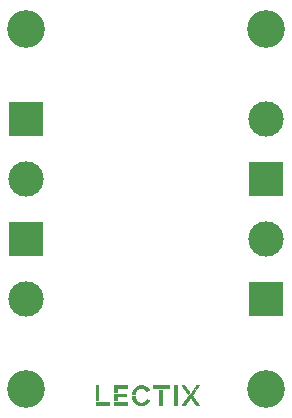
<source format=gts>
G04 #@! TF.GenerationSoftware,KiCad,Pcbnew,6.0.9-8da3e8f707~116~ubuntu20.04.1*
G04 #@! TF.CreationDate,2023-04-19T17:51:41+00:00*
G04 #@! TF.ProjectId,LEC030301,4c454330-3330-4333-9031-2e6b69636164,rev?*
G04 #@! TF.SameCoordinates,Original*
G04 #@! TF.FileFunction,Soldermask,Top*
G04 #@! TF.FilePolarity,Negative*
%FSLAX46Y46*%
G04 Gerber Fmt 4.6, Leading zero omitted, Abs format (unit mm)*
G04 Created by KiCad (PCBNEW 6.0.9-8da3e8f707~116~ubuntu20.04.1) date 2023-04-19 17:51:41*
%MOMM*%
%LPD*%
G01*
G04 APERTURE LIST*
%ADD10C,0.010000*%
%ADD11C,3.200000*%
%ADD12R,3.000000X3.000000*%
%ADD13C,3.000000*%
G04 APERTURE END LIST*
G04 #@! TO.C,LOGO1*
G36*
X191472820Y-82633440D02*
G01*
X190380620Y-82633440D01*
X190380620Y-82409920D01*
X191472820Y-82409920D01*
X191472820Y-82633440D01*
G37*
D10*
X191472820Y-82633440D02*
X190380620Y-82633440D01*
X190380620Y-82409920D01*
X191472820Y-82409920D01*
X191472820Y-82633440D01*
G36*
X192098402Y-81915255D02*
G01*
X192103120Y-81964642D01*
X192112714Y-82013391D01*
X192126988Y-82061126D01*
X192145743Y-82107472D01*
X192168784Y-82152055D01*
X192195913Y-82194500D01*
X192226933Y-82234432D01*
X192261648Y-82271476D01*
X192299860Y-82305258D01*
X192305940Y-82310066D01*
X192346038Y-82338193D01*
X192389345Y-82362754D01*
X192435214Y-82383491D01*
X192482999Y-82400147D01*
X192532054Y-82412466D01*
X192581733Y-82420191D01*
X192583061Y-82420331D01*
X192604417Y-82421812D01*
X192629012Y-82422277D01*
X192655170Y-82421784D01*
X192681216Y-82420393D01*
X192705475Y-82418161D01*
X192725040Y-82415369D01*
X192775420Y-82403968D01*
X192824171Y-82388011D01*
X192870973Y-82367722D01*
X192915506Y-82343326D01*
X192957447Y-82315050D01*
X192996477Y-82283119D01*
X193032275Y-82247757D01*
X193064521Y-82209189D01*
X193092893Y-82167642D01*
X193103459Y-82149570D01*
X193107764Y-82141866D01*
X193110977Y-82136162D01*
X193112419Y-82133660D01*
X193112428Y-82133648D01*
X193114718Y-82134589D01*
X193120966Y-82137586D01*
X193130622Y-82142356D01*
X193143134Y-82148617D01*
X193157950Y-82156087D01*
X193174518Y-82164484D01*
X193192288Y-82173526D01*
X193210709Y-82182930D01*
X193229227Y-82192414D01*
X193247292Y-82201697D01*
X193264353Y-82210496D01*
X193279857Y-82218530D01*
X193293254Y-82225515D01*
X193303992Y-82231170D01*
X193311519Y-82235212D01*
X193315284Y-82237360D01*
X193315579Y-82237574D01*
X193316342Y-82239476D01*
X193315650Y-82242864D01*
X193313236Y-82248246D01*
X193308829Y-82256130D01*
X193302161Y-82267022D01*
X193292963Y-82281432D01*
X193289532Y-82286730D01*
X193253745Y-82337247D01*
X193214233Y-82384456D01*
X193171253Y-82428181D01*
X193125061Y-82468245D01*
X193075915Y-82504473D01*
X193024071Y-82536690D01*
X192969786Y-82564719D01*
X192913317Y-82588386D01*
X192854922Y-82607513D01*
X192801386Y-82620608D01*
X192780451Y-82624715D01*
X192761307Y-82627937D01*
X192742786Y-82630387D01*
X192723721Y-82632177D01*
X192702944Y-82633419D01*
X192679286Y-82634226D01*
X192655190Y-82634665D01*
X192636965Y-82634860D01*
X192620071Y-82634960D01*
X192605281Y-82634966D01*
X192593367Y-82634880D01*
X192585103Y-82634704D01*
X192581530Y-82634485D01*
X192575642Y-82633741D01*
X192566310Y-82632630D01*
X192555138Y-82631341D01*
X192549780Y-82630735D01*
X192494003Y-82622047D01*
X192438007Y-82608574D01*
X192382401Y-82590545D01*
X192327794Y-82568188D01*
X192274797Y-82541731D01*
X192224019Y-82511401D01*
X192215770Y-82505955D01*
X192185798Y-82485098D01*
X192159044Y-82464653D01*
X192133942Y-82443317D01*
X192108927Y-82419790D01*
X192093718Y-82404501D01*
X192051520Y-82357656D01*
X192013616Y-82308179D01*
X191980086Y-82256236D01*
X191951014Y-82201994D01*
X191926482Y-82145618D01*
X191906574Y-82087274D01*
X191891371Y-82027129D01*
X191883187Y-81981477D01*
X191881980Y-81972261D01*
X191880577Y-81959810D01*
X191879087Y-81945307D01*
X191877618Y-81929937D01*
X191876281Y-81914885D01*
X191875185Y-81901334D01*
X191874438Y-81890470D01*
X191874150Y-81883505D01*
X191876602Y-81883107D01*
X191883621Y-81882738D01*
X191894692Y-81882405D01*
X191909304Y-81882119D01*
X191926941Y-81881886D01*
X191947091Y-81881717D01*
X191969241Y-81881620D01*
X191985519Y-81881600D01*
X192096899Y-81881600D01*
X192098402Y-81915255D01*
G37*
X192098402Y-81915255D02*
X192103120Y-81964642D01*
X192112714Y-82013391D01*
X192126988Y-82061126D01*
X192145743Y-82107472D01*
X192168784Y-82152055D01*
X192195913Y-82194500D01*
X192226933Y-82234432D01*
X192261648Y-82271476D01*
X192299860Y-82305258D01*
X192305940Y-82310066D01*
X192346038Y-82338193D01*
X192389345Y-82362754D01*
X192435214Y-82383491D01*
X192482999Y-82400147D01*
X192532054Y-82412466D01*
X192581733Y-82420191D01*
X192583061Y-82420331D01*
X192604417Y-82421812D01*
X192629012Y-82422277D01*
X192655170Y-82421784D01*
X192681216Y-82420393D01*
X192705475Y-82418161D01*
X192725040Y-82415369D01*
X192775420Y-82403968D01*
X192824171Y-82388011D01*
X192870973Y-82367722D01*
X192915506Y-82343326D01*
X192957447Y-82315050D01*
X192996477Y-82283119D01*
X193032275Y-82247757D01*
X193064521Y-82209189D01*
X193092893Y-82167642D01*
X193103459Y-82149570D01*
X193107764Y-82141866D01*
X193110977Y-82136162D01*
X193112419Y-82133660D01*
X193112428Y-82133648D01*
X193114718Y-82134589D01*
X193120966Y-82137586D01*
X193130622Y-82142356D01*
X193143134Y-82148617D01*
X193157950Y-82156087D01*
X193174518Y-82164484D01*
X193192288Y-82173526D01*
X193210709Y-82182930D01*
X193229227Y-82192414D01*
X193247292Y-82201697D01*
X193264353Y-82210496D01*
X193279857Y-82218530D01*
X193293254Y-82225515D01*
X193303992Y-82231170D01*
X193311519Y-82235212D01*
X193315284Y-82237360D01*
X193315579Y-82237574D01*
X193316342Y-82239476D01*
X193315650Y-82242864D01*
X193313236Y-82248246D01*
X193308829Y-82256130D01*
X193302161Y-82267022D01*
X193292963Y-82281432D01*
X193289532Y-82286730D01*
X193253745Y-82337247D01*
X193214233Y-82384456D01*
X193171253Y-82428181D01*
X193125061Y-82468245D01*
X193075915Y-82504473D01*
X193024071Y-82536690D01*
X192969786Y-82564719D01*
X192913317Y-82588386D01*
X192854922Y-82607513D01*
X192801386Y-82620608D01*
X192780451Y-82624715D01*
X192761307Y-82627937D01*
X192742786Y-82630387D01*
X192723721Y-82632177D01*
X192702944Y-82633419D01*
X192679286Y-82634226D01*
X192655190Y-82634665D01*
X192636965Y-82634860D01*
X192620071Y-82634960D01*
X192605281Y-82634966D01*
X192593367Y-82634880D01*
X192585103Y-82634704D01*
X192581530Y-82634485D01*
X192575642Y-82633741D01*
X192566310Y-82632630D01*
X192555138Y-82631341D01*
X192549780Y-82630735D01*
X192494003Y-82622047D01*
X192438007Y-82608574D01*
X192382401Y-82590545D01*
X192327794Y-82568188D01*
X192274797Y-82541731D01*
X192224019Y-82511401D01*
X192215770Y-82505955D01*
X192185798Y-82485098D01*
X192159044Y-82464653D01*
X192133942Y-82443317D01*
X192108927Y-82419790D01*
X192093718Y-82404501D01*
X192051520Y-82357656D01*
X192013616Y-82308179D01*
X191980086Y-82256236D01*
X191951014Y-82201994D01*
X191926482Y-82145618D01*
X191906574Y-82087274D01*
X191891371Y-82027129D01*
X191883187Y-81981477D01*
X191881980Y-81972261D01*
X191880577Y-81959810D01*
X191879087Y-81945307D01*
X191877618Y-81929937D01*
X191876281Y-81914885D01*
X191875185Y-81901334D01*
X191874438Y-81890470D01*
X191874150Y-81883505D01*
X191876602Y-81883107D01*
X191883621Y-81882738D01*
X191894692Y-81882405D01*
X191909304Y-81882119D01*
X191926941Y-81881886D01*
X191947091Y-81881717D01*
X191969241Y-81881620D01*
X191985519Y-81881600D01*
X192096899Y-81881600D01*
X192098402Y-81915255D01*
G36*
X191472820Y-81167860D02*
G01*
X190599060Y-81167860D01*
X190599060Y-81480280D01*
X190375540Y-81480280D01*
X190375540Y-80946880D01*
X191472820Y-80946880D01*
X191472820Y-81167860D01*
G37*
X191472820Y-81167860D02*
X190599060Y-81167860D01*
X190599060Y-81480280D01*
X190375540Y-81480280D01*
X190375540Y-80946880D01*
X191472820Y-80946880D01*
X191472820Y-81167860D01*
G36*
X195658740Y-82625820D02*
G01*
X195437760Y-82625820D01*
X195437760Y-80954500D01*
X195658740Y-80954500D01*
X195658740Y-82625820D01*
G37*
X195658740Y-82625820D02*
X195437760Y-82625820D01*
X195437760Y-80954500D01*
X195658740Y-80954500D01*
X195658740Y-82625820D01*
G36*
X196300968Y-80954500D02*
G01*
X196506269Y-81237044D01*
X196530799Y-81270835D01*
X196554493Y-81303537D01*
X196577180Y-81334909D01*
X196598689Y-81364714D01*
X196618848Y-81392711D01*
X196637487Y-81418663D01*
X196654435Y-81442329D01*
X196669520Y-81463470D01*
X196682571Y-81481848D01*
X196693418Y-81497223D01*
X196701889Y-81509356D01*
X196707814Y-81518009D01*
X196711021Y-81522942D01*
X196711570Y-81524021D01*
X196710129Y-81527001D01*
X196706077Y-81533439D01*
X196699817Y-81542779D01*
X196691755Y-81554461D01*
X196682293Y-81567928D01*
X196671838Y-81582622D01*
X196660793Y-81597984D01*
X196649562Y-81613457D01*
X196638551Y-81628483D01*
X196628162Y-81642504D01*
X196618801Y-81654962D01*
X196610872Y-81665298D01*
X196604779Y-81672955D01*
X196600927Y-81677375D01*
X196599810Y-81678247D01*
X196598071Y-81676223D01*
X196593504Y-81670295D01*
X196586264Y-81660671D01*
X196576502Y-81647561D01*
X196564373Y-81631174D01*
X196550029Y-81611719D01*
X196533625Y-81589405D01*
X196515313Y-81564442D01*
X196495247Y-81537037D01*
X196473579Y-81507402D01*
X196450465Y-81475743D01*
X196426056Y-81442272D01*
X196400506Y-81407196D01*
X196373968Y-81370724D01*
X196346596Y-81333067D01*
X196338190Y-81321493D01*
X196310558Y-81283445D01*
X196283707Y-81246468D01*
X196257789Y-81210772D01*
X196232960Y-81176572D01*
X196209374Y-81144081D01*
X196187186Y-81113511D01*
X196166549Y-81085075D01*
X196147618Y-81058985D01*
X196130548Y-81035456D01*
X196115493Y-81014699D01*
X196102608Y-80996927D01*
X196092047Y-80982354D01*
X196083964Y-80971192D01*
X196078514Y-80963654D01*
X196075851Y-80959952D01*
X196075625Y-80959630D01*
X196074877Y-80958417D01*
X196074715Y-80957412D01*
X196075563Y-80956595D01*
X196077844Y-80955947D01*
X196081981Y-80955449D01*
X196088399Y-80955081D01*
X196097522Y-80954823D01*
X196109772Y-80954655D01*
X196125573Y-80954559D01*
X196145349Y-80954514D01*
X196169525Y-80954500D01*
X196186554Y-80954499D01*
X196300968Y-80954500D01*
G37*
X196300968Y-80954500D02*
X196506269Y-81237044D01*
X196530799Y-81270835D01*
X196554493Y-81303537D01*
X196577180Y-81334909D01*
X196598689Y-81364714D01*
X196618848Y-81392711D01*
X196637487Y-81418663D01*
X196654435Y-81442329D01*
X196669520Y-81463470D01*
X196682571Y-81481848D01*
X196693418Y-81497223D01*
X196701889Y-81509356D01*
X196707814Y-81518009D01*
X196711021Y-81522942D01*
X196711570Y-81524021D01*
X196710129Y-81527001D01*
X196706077Y-81533439D01*
X196699817Y-81542779D01*
X196691755Y-81554461D01*
X196682293Y-81567928D01*
X196671838Y-81582622D01*
X196660793Y-81597984D01*
X196649562Y-81613457D01*
X196638551Y-81628483D01*
X196628162Y-81642504D01*
X196618801Y-81654962D01*
X196610872Y-81665298D01*
X196604779Y-81672955D01*
X196600927Y-81677375D01*
X196599810Y-81678247D01*
X196598071Y-81676223D01*
X196593504Y-81670295D01*
X196586264Y-81660671D01*
X196576502Y-81647561D01*
X196564373Y-81631174D01*
X196550029Y-81611719D01*
X196533625Y-81589405D01*
X196515313Y-81564442D01*
X196495247Y-81537037D01*
X196473579Y-81507402D01*
X196450465Y-81475743D01*
X196426056Y-81442272D01*
X196400506Y-81407196D01*
X196373968Y-81370724D01*
X196346596Y-81333067D01*
X196338190Y-81321493D01*
X196310558Y-81283445D01*
X196283707Y-81246468D01*
X196257789Y-81210772D01*
X196232960Y-81176572D01*
X196209374Y-81144081D01*
X196187186Y-81113511D01*
X196166549Y-81085075D01*
X196147618Y-81058985D01*
X196130548Y-81035456D01*
X196115493Y-81014699D01*
X196102608Y-80996927D01*
X196092047Y-80982354D01*
X196083964Y-80971192D01*
X196078514Y-80963654D01*
X196075851Y-80959952D01*
X196075625Y-80959630D01*
X196074877Y-80958417D01*
X196074715Y-80957412D01*
X196075563Y-80956595D01*
X196077844Y-80955947D01*
X196081981Y-80955449D01*
X196088399Y-80955081D01*
X196097522Y-80954823D01*
X196109772Y-80954655D01*
X196125573Y-80954559D01*
X196145349Y-80954514D01*
X196169525Y-80954500D01*
X196186554Y-80954499D01*
X196300968Y-80954500D01*
G36*
X194411600Y-82625820D02*
G01*
X194190620Y-82625820D01*
X194190620Y-81343120D01*
X194411600Y-81343120D01*
X194411600Y-82625820D01*
G37*
X194411600Y-82625820D02*
X194190620Y-82625820D01*
X194190620Y-81343120D01*
X194411600Y-81343120D01*
X194411600Y-82625820D01*
G36*
X189001400Y-82232120D02*
G01*
X188780420Y-82232120D01*
X188780420Y-80957040D01*
X189001400Y-80957040D01*
X189001400Y-82232120D01*
G37*
X189001400Y-82232120D02*
X188780420Y-82232120D01*
X188780420Y-80957040D01*
X189001400Y-80957040D01*
X189001400Y-82232120D01*
G36*
X197416304Y-80960092D02*
G01*
X197434850Y-80960188D01*
X197548296Y-80960850D01*
X197242148Y-81379183D01*
X197212064Y-81420298D01*
X197182787Y-81460325D01*
X197154458Y-81499069D01*
X197127217Y-81536338D01*
X197101206Y-81571940D01*
X197076566Y-81605680D01*
X197053436Y-81637366D01*
X197031957Y-81666806D01*
X197012271Y-81693806D01*
X196994518Y-81718172D01*
X196978839Y-81739713D01*
X196965374Y-81758236D01*
X196954265Y-81773546D01*
X196945651Y-81785452D01*
X196939674Y-81793760D01*
X196936474Y-81798277D01*
X196935946Y-81799087D01*
X196937407Y-81801269D01*
X196941707Y-81807370D01*
X196948703Y-81817192D01*
X196958256Y-81830541D01*
X196970224Y-81847220D01*
X196984465Y-81867032D01*
X197000838Y-81889783D01*
X197019202Y-81915275D01*
X197039416Y-81943314D01*
X197061337Y-81973701D01*
X197084825Y-82006243D01*
X197109739Y-82040742D01*
X197135938Y-82077003D01*
X197163279Y-82114829D01*
X197191622Y-82154025D01*
X197220825Y-82194395D01*
X197232671Y-82210766D01*
X197262190Y-82251564D01*
X197290913Y-82291274D01*
X197318699Y-82329701D01*
X197345405Y-82366647D01*
X197370889Y-82401916D01*
X197395010Y-82435310D01*
X197417626Y-82466635D01*
X197438595Y-82495692D01*
X197457775Y-82522285D01*
X197475025Y-82546218D01*
X197490202Y-82567293D01*
X197503164Y-82585315D01*
X197513770Y-82600086D01*
X197521878Y-82611411D01*
X197527346Y-82619091D01*
X197530033Y-82622932D01*
X197530296Y-82623347D01*
X197528016Y-82623981D01*
X197520822Y-82624522D01*
X197508878Y-82624969D01*
X197492349Y-82625317D01*
X197471400Y-82625563D01*
X197446196Y-82625703D01*
X197417266Y-82625734D01*
X197303390Y-82625649D01*
X197062090Y-82291780D01*
X197035526Y-82255037D01*
X197009765Y-82219426D01*
X196984965Y-82185163D01*
X196961283Y-82152466D01*
X196938876Y-82121550D01*
X196917902Y-82092632D01*
X196898517Y-82065929D01*
X196880880Y-82041658D01*
X196865147Y-82020034D01*
X196851475Y-82001274D01*
X196840023Y-81985596D01*
X196830948Y-81973215D01*
X196824406Y-81964347D01*
X196820556Y-81959211D01*
X196819520Y-81957933D01*
X196817906Y-81959950D01*
X196813455Y-81965854D01*
X196806324Y-81975427D01*
X196796674Y-81988455D01*
X196784661Y-82004722D01*
X196770447Y-82024010D01*
X196754188Y-82046106D01*
X196736044Y-82070791D01*
X196716173Y-82097851D01*
X196694734Y-82127070D01*
X196671887Y-82158231D01*
X196647789Y-82191119D01*
X196622600Y-82225518D01*
X196596477Y-82261211D01*
X196575680Y-82289644D01*
X196548925Y-82326214D01*
X196522965Y-82361667D01*
X196497961Y-82395786D01*
X196474072Y-82428355D01*
X196451458Y-82459156D01*
X196430279Y-82487973D01*
X196410693Y-82514589D01*
X196392863Y-82538787D01*
X196376946Y-82560350D01*
X196363102Y-82579061D01*
X196351493Y-82594704D01*
X196342276Y-82607061D01*
X196335613Y-82615916D01*
X196331662Y-82621051D01*
X196330570Y-82622335D01*
X196327574Y-82622529D01*
X196320025Y-82622680D01*
X196308450Y-82622789D01*
X196293375Y-82622853D01*
X196275327Y-82622870D01*
X196254833Y-82622839D01*
X196232419Y-82622759D01*
X196215648Y-82622672D01*
X196103267Y-82622010D01*
X196709225Y-81793970D01*
X196751717Y-81735907D01*
X196793457Y-81678878D01*
X196834343Y-81623019D01*
X196874276Y-81568469D01*
X196913154Y-81515363D01*
X196950878Y-81463839D01*
X196987347Y-81414036D01*
X197022459Y-81366089D01*
X197056115Y-81320136D01*
X197088214Y-81276314D01*
X197118655Y-81234761D01*
X197147338Y-81195614D01*
X197174162Y-81159011D01*
X197199027Y-81125087D01*
X197221832Y-81093981D01*
X197242477Y-81065831D01*
X197260860Y-81040772D01*
X197276882Y-81018943D01*
X197290441Y-81000481D01*
X197301437Y-80985522D01*
X197309771Y-80974205D01*
X197315340Y-80966667D01*
X197318045Y-80963044D01*
X197318294Y-80962728D01*
X197320129Y-80961936D01*
X197324193Y-80961292D01*
X197330860Y-80960789D01*
X197340504Y-80960418D01*
X197353497Y-80960171D01*
X197370212Y-80960039D01*
X197391024Y-80960016D01*
X197416304Y-80960092D01*
G37*
X197416304Y-80960092D02*
X197434850Y-80960188D01*
X197548296Y-80960850D01*
X197242148Y-81379183D01*
X197212064Y-81420298D01*
X197182787Y-81460325D01*
X197154458Y-81499069D01*
X197127217Y-81536338D01*
X197101206Y-81571940D01*
X197076566Y-81605680D01*
X197053436Y-81637366D01*
X197031957Y-81666806D01*
X197012271Y-81693806D01*
X196994518Y-81718172D01*
X196978839Y-81739713D01*
X196965374Y-81758236D01*
X196954265Y-81773546D01*
X196945651Y-81785452D01*
X196939674Y-81793760D01*
X196936474Y-81798277D01*
X196935946Y-81799087D01*
X196937407Y-81801269D01*
X196941707Y-81807370D01*
X196948703Y-81817192D01*
X196958256Y-81830541D01*
X196970224Y-81847220D01*
X196984465Y-81867032D01*
X197000838Y-81889783D01*
X197019202Y-81915275D01*
X197039416Y-81943314D01*
X197061337Y-81973701D01*
X197084825Y-82006243D01*
X197109739Y-82040742D01*
X197135938Y-82077003D01*
X197163279Y-82114829D01*
X197191622Y-82154025D01*
X197220825Y-82194395D01*
X197232671Y-82210766D01*
X197262190Y-82251564D01*
X197290913Y-82291274D01*
X197318699Y-82329701D01*
X197345405Y-82366647D01*
X197370889Y-82401916D01*
X197395010Y-82435310D01*
X197417626Y-82466635D01*
X197438595Y-82495692D01*
X197457775Y-82522285D01*
X197475025Y-82546218D01*
X197490202Y-82567293D01*
X197503164Y-82585315D01*
X197513770Y-82600086D01*
X197521878Y-82611411D01*
X197527346Y-82619091D01*
X197530033Y-82622932D01*
X197530296Y-82623347D01*
X197528016Y-82623981D01*
X197520822Y-82624522D01*
X197508878Y-82624969D01*
X197492349Y-82625317D01*
X197471400Y-82625563D01*
X197446196Y-82625703D01*
X197417266Y-82625734D01*
X197303390Y-82625649D01*
X197062090Y-82291780D01*
X197035526Y-82255037D01*
X197009765Y-82219426D01*
X196984965Y-82185163D01*
X196961283Y-82152466D01*
X196938876Y-82121550D01*
X196917902Y-82092632D01*
X196898517Y-82065929D01*
X196880880Y-82041658D01*
X196865147Y-82020034D01*
X196851475Y-82001274D01*
X196840023Y-81985596D01*
X196830948Y-81973215D01*
X196824406Y-81964347D01*
X196820556Y-81959211D01*
X196819520Y-81957933D01*
X196817906Y-81959950D01*
X196813455Y-81965854D01*
X196806324Y-81975427D01*
X196796674Y-81988455D01*
X196784661Y-82004722D01*
X196770447Y-82024010D01*
X196754188Y-82046106D01*
X196736044Y-82070791D01*
X196716173Y-82097851D01*
X196694734Y-82127070D01*
X196671887Y-82158231D01*
X196647789Y-82191119D01*
X196622600Y-82225518D01*
X196596477Y-82261211D01*
X196575680Y-82289644D01*
X196548925Y-82326214D01*
X196522965Y-82361667D01*
X196497961Y-82395786D01*
X196474072Y-82428355D01*
X196451458Y-82459156D01*
X196430279Y-82487973D01*
X196410693Y-82514589D01*
X196392863Y-82538787D01*
X196376946Y-82560350D01*
X196363102Y-82579061D01*
X196351493Y-82594704D01*
X196342276Y-82607061D01*
X196335613Y-82615916D01*
X196331662Y-82621051D01*
X196330570Y-82622335D01*
X196327574Y-82622529D01*
X196320025Y-82622680D01*
X196308450Y-82622789D01*
X196293375Y-82622853D01*
X196275327Y-82622870D01*
X196254833Y-82622839D01*
X196232419Y-82622759D01*
X196215648Y-82622672D01*
X196103267Y-82622010D01*
X196709225Y-81793970D01*
X196751717Y-81735907D01*
X196793457Y-81678878D01*
X196834343Y-81623019D01*
X196874276Y-81568469D01*
X196913154Y-81515363D01*
X196950878Y-81463839D01*
X196987347Y-81414036D01*
X197022459Y-81366089D01*
X197056115Y-81320136D01*
X197088214Y-81276314D01*
X197118655Y-81234761D01*
X197147338Y-81195614D01*
X197174162Y-81159011D01*
X197199027Y-81125087D01*
X197221832Y-81093981D01*
X197242477Y-81065831D01*
X197260860Y-81040772D01*
X197276882Y-81018943D01*
X197290441Y-81000481D01*
X197301437Y-80985522D01*
X197309771Y-80974205D01*
X197315340Y-80966667D01*
X197318045Y-80963044D01*
X197318294Y-80962728D01*
X197320129Y-80961936D01*
X197324193Y-80961292D01*
X197330860Y-80960789D01*
X197340504Y-80960418D01*
X197353497Y-80960171D01*
X197370212Y-80960039D01*
X197391024Y-80960016D01*
X197416304Y-80960092D01*
G36*
X192666209Y-80951115D02*
G01*
X192687949Y-80951898D01*
X192706476Y-80953135D01*
X192714880Y-80954013D01*
X192776536Y-80964111D01*
X192836482Y-80978858D01*
X192894502Y-80998120D01*
X192950380Y-81021760D01*
X193003901Y-81049642D01*
X193054850Y-81081632D01*
X193103012Y-81117592D01*
X193148171Y-81157388D01*
X193190111Y-81200884D01*
X193228617Y-81247944D01*
X193263475Y-81298433D01*
X193264753Y-81300462D01*
X193270950Y-81310604D01*
X193275873Y-81319176D01*
X193279032Y-81325284D01*
X193279933Y-81328034D01*
X193279927Y-81328046D01*
X193277616Y-81329794D01*
X193271584Y-81333936D01*
X193262376Y-81340116D01*
X193250541Y-81347976D01*
X193236627Y-81357159D01*
X193221181Y-81367308D01*
X193204750Y-81378066D01*
X193187883Y-81389075D01*
X193171127Y-81399979D01*
X193155029Y-81410419D01*
X193140138Y-81420039D01*
X193127000Y-81428482D01*
X193116165Y-81435390D01*
X193108178Y-81440407D01*
X193103588Y-81443174D01*
X193102794Y-81443584D01*
X193099968Y-81442718D01*
X193095905Y-81438095D01*
X193090305Y-81429339D01*
X193087184Y-81423914D01*
X193070089Y-81396428D01*
X193049427Y-81368002D01*
X193026229Y-81339852D01*
X193001528Y-81313197D01*
X192976356Y-81289254D01*
X192964480Y-81279140D01*
X192923846Y-81249172D01*
X192880247Y-81223127D01*
X192834196Y-81201226D01*
X192786208Y-81183690D01*
X192736797Y-81170740D01*
X192696452Y-81163813D01*
X192674946Y-81161768D01*
X192650221Y-81160722D01*
X192623760Y-81160637D01*
X192597045Y-81161480D01*
X192571557Y-81163214D01*
X192548779Y-81165804D01*
X192537826Y-81167603D01*
X192487286Y-81179608D01*
X192438775Y-81196099D01*
X192392534Y-81216857D01*
X192348804Y-81241666D01*
X192307826Y-81270308D01*
X192269841Y-81302566D01*
X192235090Y-81338223D01*
X192203814Y-81377062D01*
X192176252Y-81418864D01*
X192152648Y-81463413D01*
X192133240Y-81510492D01*
X192123199Y-81541621D01*
X192112556Y-81586052D01*
X192105928Y-81632105D01*
X192103432Y-81670145D01*
X192102028Y-81711420D01*
X191881031Y-81711420D01*
X191882507Y-81666335D01*
X191886951Y-81606765D01*
X191896239Y-81548219D01*
X191910196Y-81490945D01*
X191928643Y-81435192D01*
X191951405Y-81381206D01*
X191978306Y-81329239D01*
X192009168Y-81279537D01*
X192043816Y-81232349D01*
X192082073Y-81187923D01*
X192123762Y-81146510D01*
X192168708Y-81108355D01*
X192216733Y-81073709D01*
X192267661Y-81042820D01*
X192321316Y-81015936D01*
X192354200Y-81002046D01*
X192407077Y-80983465D01*
X192461789Y-80968763D01*
X192519205Y-80957716D01*
X192534540Y-80955434D01*
X192550719Y-80953688D01*
X192570782Y-80952339D01*
X192593544Y-80951399D01*
X192617825Y-80950875D01*
X192642441Y-80950777D01*
X192666209Y-80951115D01*
G37*
X192666209Y-80951115D02*
X192687949Y-80951898D01*
X192706476Y-80953135D01*
X192714880Y-80954013D01*
X192776536Y-80964111D01*
X192836482Y-80978858D01*
X192894502Y-80998120D01*
X192950380Y-81021760D01*
X193003901Y-81049642D01*
X193054850Y-81081632D01*
X193103012Y-81117592D01*
X193148171Y-81157388D01*
X193190111Y-81200884D01*
X193228617Y-81247944D01*
X193263475Y-81298433D01*
X193264753Y-81300462D01*
X193270950Y-81310604D01*
X193275873Y-81319176D01*
X193279032Y-81325284D01*
X193279933Y-81328034D01*
X193279927Y-81328046D01*
X193277616Y-81329794D01*
X193271584Y-81333936D01*
X193262376Y-81340116D01*
X193250541Y-81347976D01*
X193236627Y-81357159D01*
X193221181Y-81367308D01*
X193204750Y-81378066D01*
X193187883Y-81389075D01*
X193171127Y-81399979D01*
X193155029Y-81410419D01*
X193140138Y-81420039D01*
X193127000Y-81428482D01*
X193116165Y-81435390D01*
X193108178Y-81440407D01*
X193103588Y-81443174D01*
X193102794Y-81443584D01*
X193099968Y-81442718D01*
X193095905Y-81438095D01*
X193090305Y-81429339D01*
X193087184Y-81423914D01*
X193070089Y-81396428D01*
X193049427Y-81368002D01*
X193026229Y-81339852D01*
X193001528Y-81313197D01*
X192976356Y-81289254D01*
X192964480Y-81279140D01*
X192923846Y-81249172D01*
X192880247Y-81223127D01*
X192834196Y-81201226D01*
X192786208Y-81183690D01*
X192736797Y-81170740D01*
X192696452Y-81163813D01*
X192674946Y-81161768D01*
X192650221Y-81160722D01*
X192623760Y-81160637D01*
X192597045Y-81161480D01*
X192571557Y-81163214D01*
X192548779Y-81165804D01*
X192537826Y-81167603D01*
X192487286Y-81179608D01*
X192438775Y-81196099D01*
X192392534Y-81216857D01*
X192348804Y-81241666D01*
X192307826Y-81270308D01*
X192269841Y-81302566D01*
X192235090Y-81338223D01*
X192203814Y-81377062D01*
X192176252Y-81418864D01*
X192152648Y-81463413D01*
X192133240Y-81510492D01*
X192123199Y-81541621D01*
X192112556Y-81586052D01*
X192105928Y-81632105D01*
X192103432Y-81670145D01*
X192102028Y-81711420D01*
X191881031Y-81711420D01*
X191882507Y-81666335D01*
X191886951Y-81606765D01*
X191896239Y-81548219D01*
X191910196Y-81490945D01*
X191928643Y-81435192D01*
X191951405Y-81381206D01*
X191978306Y-81329239D01*
X192009168Y-81279537D01*
X192043816Y-81232349D01*
X192082073Y-81187923D01*
X192123762Y-81146510D01*
X192168708Y-81108355D01*
X192216733Y-81073709D01*
X192267661Y-81042820D01*
X192321316Y-81015936D01*
X192354200Y-81002046D01*
X192407077Y-80983465D01*
X192461789Y-80968763D01*
X192519205Y-80957716D01*
X192534540Y-80955434D01*
X192550719Y-80953688D01*
X192570782Y-80952339D01*
X192593544Y-80951399D01*
X192617825Y-80950875D01*
X192642441Y-80950777D01*
X192666209Y-80951115D01*
G36*
X194990720Y-81175480D02*
G01*
X193621660Y-81175480D01*
X193621660Y-80954500D01*
X194990720Y-80954500D01*
X194990720Y-81175480D01*
G37*
X194990720Y-81175480D02*
X193621660Y-81175480D01*
X193621660Y-80954500D01*
X194990720Y-80954500D01*
X194990720Y-81175480D01*
G36*
X189928500Y-82633440D02*
G01*
X188780420Y-82633440D01*
X188780420Y-82409920D01*
X189928500Y-82409920D01*
X189928500Y-82633440D01*
G37*
X189928500Y-82633440D02*
X188780420Y-82633440D01*
X188780420Y-82409920D01*
X189928500Y-82409920D01*
X189928500Y-82633440D01*
G36*
X191358520Y-81889220D02*
G01*
X190599060Y-81889220D01*
X190599060Y-82232120D01*
X190378080Y-82232120D01*
X190378080Y-81665700D01*
X191358520Y-81665700D01*
X191358520Y-81889220D01*
G37*
X191358520Y-81889220D02*
X190599060Y-81889220D01*
X190599060Y-82232120D01*
X190378080Y-82232120D01*
X190378080Y-81665700D01*
X191358520Y-81665700D01*
X191358520Y-81889220D01*
G04 #@! TD*
D11*
G04 #@! TO.C,H3*
X203200000Y-81280000D03*
G04 #@! TD*
G04 #@! TO.C,H4*
X203200000Y-50800000D03*
G04 #@! TD*
D12*
G04 #@! TO.C,J3*
X203200000Y-73660000D03*
D13*
X203200000Y-68580000D03*
G04 #@! TD*
D12*
G04 #@! TO.C,J4*
X203200000Y-63500000D03*
D13*
X203200000Y-58420000D03*
G04 #@! TD*
D11*
G04 #@! TO.C,H2*
X182880000Y-50800000D03*
G04 #@! TD*
G04 #@! TO.C,H1*
X182880000Y-81280000D03*
G04 #@! TD*
D12*
G04 #@! TO.C,J1*
X182880000Y-58420000D03*
D13*
X182880000Y-63500000D03*
G04 #@! TD*
D12*
G04 #@! TO.C,J2*
X182880000Y-68580000D03*
D13*
X182880000Y-73660000D03*
G04 #@! TD*
M02*

</source>
